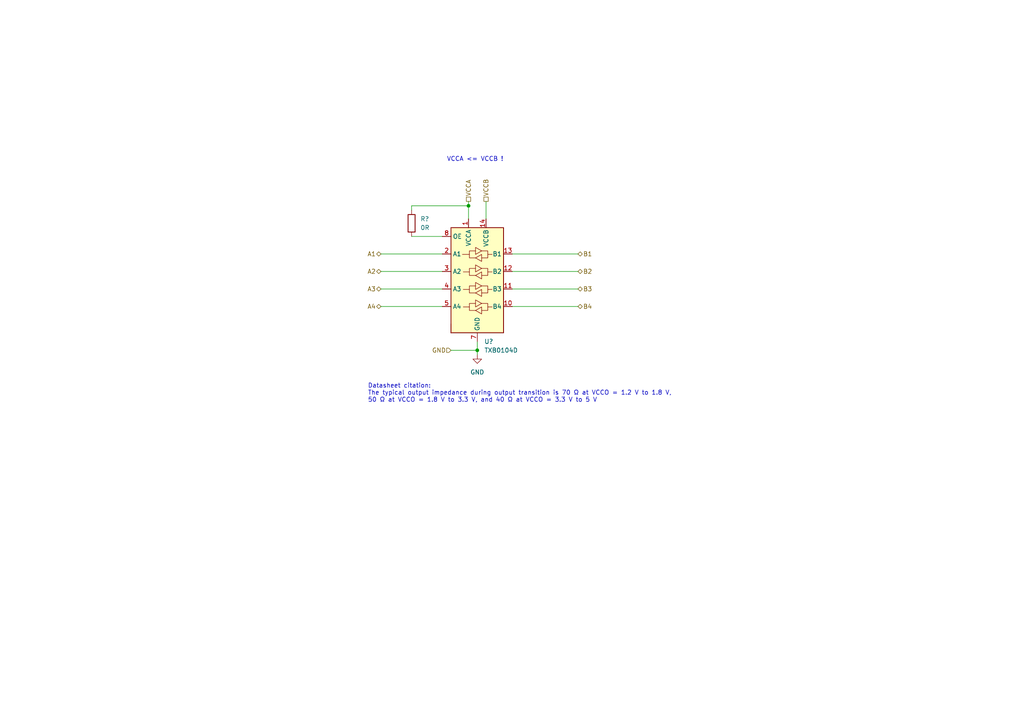
<source format=kicad_sch>
(kicad_sch (version 20211123) (generator eeschema)
  (paper "A4")
  (lib_symbols
    (symbol "Device:R" (pin_numbers hide) (pin_names (offset 0))
      (property "Reference" "R" (at 2.032 0 90))
      (property "Value" "R" (at 0 0 90))
      (symbol "R_0_1"
        (rectangle (start -1.016 -2.54) (end 1.016 2.54) (stroke (width 0.254)))
      )
      (symbol "R_1_1"
        (pin passive line (at 0 3.81 270) (length 1.27) (name "~") (number "1"))
        (pin passive line (at 0 -3.81 90) (length 1.27) (name "~") (number "2"))
      )
    )
    (symbol "Logic_LevelTranslator:TXB0104D"
      (property "Reference" "U" (at -6.35 16.51 0))
      (property "Value" "TXB0104D" (at 3.81 16.51 0))
      (symbol "TXB0104D_0_1"
        (rectangle (start -7.62 -15.24) (end -7.62 -12.7) (stroke (width 0.254)))
        (rectangle (start -7.62 15.24) (end 7.62 -15.24) (stroke (width 0.254)) (fill (type background)))
        (polyline (pts (xy -2.286 -7.747) (xy -2.286 -6.731) (xy -0.508 -6.731)))
        (polyline (pts (xy -2.286 -2.667) (xy -2.286 -1.651) (xy -0.508 -1.651)))
        (polyline (pts (xy -2.286 2.413) (xy -2.286 3.429) (xy -0.508 3.429)))
        (polyline (pts (xy -2.286 7.493) (xy -2.286 8.509) (xy -0.508 8.509)))
        (polyline (pts (xy 3.048 -7.747) (xy 3.048 -8.763) (xy 1.27 -8.763)))
        (polyline (pts (xy 3.048 -2.667) (xy 3.048 -3.683) (xy 1.27 -3.683)))
        (polyline (pts (xy 3.048 2.413) (xy 3.048 1.397) (xy 1.27 1.397)))
        (polyline (pts (xy 3.048 7.493) (xy 3.048 6.477) (xy 1.27 6.477)))
        (polyline (pts (xy -0.508 -8.763) (xy -2.286 -8.763) (xy -2.286 -7.747) (xy -4.064 -7.747)))
        (polyline (pts (xy -0.508 -8.763) (xy 1.27 -7.747) (xy 1.27 -9.779) (xy -0.508 -8.763)))
        (polyline (pts (xy -0.508 -3.683) (xy -2.286 -3.683) (xy -2.286 -2.667) (xy -4.064 -2.667)))
        (polyline (pts (xy -0.508 -3.683) (xy 1.27 -2.667) (xy 1.27 -4.699) (xy -0.508 -3.683)))
        (polyline (pts (xy -0.508 1.397) (xy -2.286 1.397) (xy -2.286 2.413) (xy -4.064 2.413)))
        (polyline (pts (xy -0.508 1.397) (xy 1.27 2.413) (xy 1.27 0.381) (xy -0.508 1.397)))
        (polyline (pts (xy -0.508 6.477) (xy -2.286 6.477) (xy -2.286 7.493) (xy -4.318 7.493)))
        (polyline (pts (xy -0.508 6.477) (xy 1.27 7.493) (xy 1.27 5.461) (xy -0.508 6.477)))
        (polyline (pts (xy 1.27 -6.731) (xy -0.508 -7.747) (xy -0.508 -5.715) (xy 1.27 -6.731)))
        (polyline (pts (xy 1.27 -6.731) (xy 3.048 -6.731) (xy 3.048 -7.747) (xy 4.318 -7.747)))
        (polyline (pts (xy 1.27 -1.651) (xy -0.508 -2.667) (xy -0.508 -0.635) (xy 1.27 -1.651)))
        (polyline (pts (xy 1.27 -1.651) (xy 3.048 -1.651) (xy 3.048 -2.667) (xy 4.318 -2.667)))
        (polyline (pts (xy 1.27 3.429) (xy -0.508 2.413) (xy -0.508 4.445) (xy 1.27 3.429)))
        (polyline (pts (xy 1.27 3.429) (xy 3.048 3.429) (xy 3.048 2.413) (xy 4.318 2.413)))
        (polyline (pts (xy 1.27 8.509) (xy -0.508 7.493) (xy -0.508 9.525) (xy 1.27 8.509)))
        (polyline (pts (xy 1.27 8.509) (xy 3.048 8.509) (xy 3.048 7.493) (xy 4.318 7.493)))
      )
      (symbol "TXB0104D_1_1"
        (pin power_in line (at -2.54 17.78 270) (length 2.54) (name "VCCA") (number "1"))
        (pin bidirectional line (at 10.16 -7.62 180) (length 2.54) (name "B4") (number "10"))
        (pin bidirectional line (at 10.16 -2.54 180) (length 2.54) (name "B3") (number "11"))
        (pin bidirectional line (at 10.16 2.54 180) (length 2.54) (name "B2") (number "12"))
        (pin bidirectional line (at 10.16 7.62 180) (length 2.54) (name "B1") (number "13"))
        (pin power_in line (at 2.54 17.78 270) (length 2.54) (name "VCCB") (number "14"))
        (pin bidirectional line (at -10.16 7.62 0) (length 2.54) (name "A1") (number "2"))
        (pin bidirectional line (at -10.16 2.54 0) (length 2.54) (name "A2") (number "3"))
        (pin bidirectional line (at -10.16 -2.54 0) (length 2.54) (name "A3") (number "4"))
        (pin bidirectional line (at -10.16 -7.62 0) (length 2.54) (name "A4") (number "5"))
        (pin no_connect line (at -10.16 -12.7 0) (length 2.54) hide (name "NC") (number "6"))
        (pin power_in line (at 0 -17.78 90) (length 2.54) (name "GND") (number "7"))
        (pin input line (at -10.16 12.7 0) (length 2.54) (name "OE") (number "8"))
        (pin no_connect line (at 10.16 -12.7 180) (length 2.54) hide (name "NC") (number "9"))
      )
    )
    (symbol "power:GND" (power) (pin_names (offset 0))
      (property "Value" "GND" (at 0 -3.81 0))
      (symbol "GND_0_1"
        (polyline (pts (xy 0 0) (xy 0 -1.27) (xy 1.27 -1.27) (xy 0 -2.54) (xy -1.27 -1.27) (xy 0 -1.27)))
      )
      (symbol "GND_1_1"
        (pin power_in line (at 0 0 270) (length 0) hide (name "GND") (number "1"))
      )
    )
  )
  (junction (at 135.89 59.69))
  (junction (at 138.43 101.6))
  (wire (pts (xy 110.49 73.66) (xy 128.27 73.66)))
  (wire (pts (xy 119.38 59.69) (xy 135.89 59.69)))
  (wire (pts (xy 110.49 78.74) (xy 128.27 78.74)))
  (wire (pts (xy 148.59 83.82) (xy 167.64 83.82)))
  (wire (pts (xy 119.38 68.58) (xy 128.27 68.58)))
  (wire (pts (xy 135.89 59.69) (xy 135.89 58.42)))
  (wire (pts (xy 110.49 88.9) (xy 128.27 88.9)))
  (wire (pts (xy 119.38 60.96) (xy 119.38 59.69)))
  (wire (pts (xy 135.89 63.5) (xy 135.89 59.69)))
  (wire (pts (xy 138.43 101.6) (xy 138.43 102.87)))
  (wire (pts (xy 148.59 78.74) (xy 167.64 78.74)))
  (wire (pts (xy 138.43 99.06) (xy 138.43 101.6)))
  (wire (pts (xy 148.59 73.66) (xy 167.64 73.66)))
  (wire (pts (xy 130.81 101.6) (xy 138.43 101.6)))
  (wire (pts (xy 110.49 83.82) (xy 128.27 83.82)))
  (wire (pts (xy 148.59 88.9) (xy 167.64 88.9)))
  (wire (pts (xy 140.97 63.5) (xy 140.97 58.42)))
  (text "Datasheet citation:\nThe typical output impedance during output transition is 70 Ω at VCCO = 1.2 V to 1.8 V,\n50 Ω at VCCO = 1.8 V to 3.3 V, and 40 Ω at VCCO = 3.3 V to 5 V" (at 106.68 116.84 0) (effects (font (size 1.27 1.27)) (justify left bottom)))
  (text "VCCA <= VCCB !" (at 146.05 46.99 180) (effects (font (size 1.27 1.27)) (justify right bottom)))
  (hierarchical_label "B3" (shape bidirectional) (at 167.64 83.82 0))
  (hierarchical_label "A4" (shape bidirectional) (at 110.49 88.9 180))
  (hierarchical_label "A3" (shape bidirectional) (at 110.49 83.82 180))
  (hierarchical_label "VCCA" (shape passive) (at 135.89 58.42 90))
  (hierarchical_label "VCCB" (shape passive) (at 140.97 58.42 90))
  (hierarchical_label "B2" (shape bidirectional) (at 167.64 78.74 0))
  (hierarchical_label "B4" (shape bidirectional) (at 167.64 88.9 0))
  (hierarchical_label "GND" (shape input) (at 130.81 101.6 180))
  (hierarchical_label "A2" (shape bidirectional) (at 110.49 78.74 180))
  (hierarchical_label "A1" (shape bidirectional) (at 110.49 73.66 180))
  (hierarchical_label "B1" (shape bidirectional) (at 167.64 73.66 0))
  (symbol (lib_id "power:GND") (at 138.43 102.87 0) (unit 1)
    (property "Reference" "#PWR?" (effects hide))
    (property "Value" "GND" (at 138.43 107.95 0))
  )
  (symbol (lib_id "Device:R") (at 119.38 64.77 0) (unit 1)
    (property "Reference" "R?" (at 121.92 63.4999 0) (effects (justify left)))
    (property "Value" "0R" (at 121.92 66.0399 0) (effects (justify left)))
  )
  (symbol (lib_id "Logic_LevelTranslator:TXB0104D") (at 138.43 81.28 0) (unit 1)
    (property "Reference" "U?" (at 140.4494 99.06 0) (effects (justify left)))
    (property "Value" "TXB0104D" (at 140.4494 101.6 0) (effects (justify left)))
    (property "Footprint" "Package_SO:SOIC-14_3.9x8.7mm_P1.27mm" (effects hide))
    (property "Datasheet" "http://www.ti.com/lit/ds/symlink/txb0104.pdf" (effects hide))
  )
)
</source>
